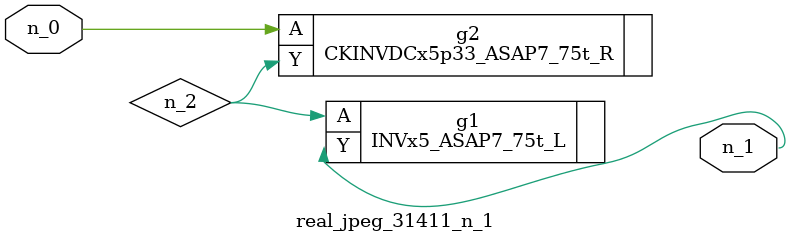
<source format=v>
module real_jpeg_31411_n_1 (n_0, n_1);

input n_0;

output n_1;

wire n_2;

CKINVDCx5p33_ASAP7_75t_R g2 ( 
.A(n_0),
.Y(n_2)
);

INVx5_ASAP7_75t_L g1 ( 
.A(n_2),
.Y(n_1)
);


endmodule
</source>
